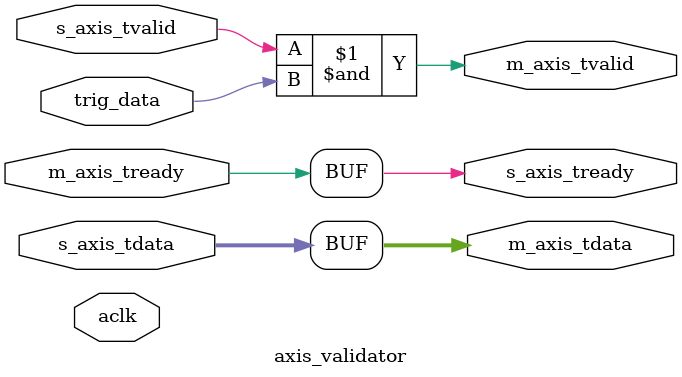
<source format=v>

`timescale 1 ns / 1 ps

module axis_validator #
(
  parameter integer AXIS_TDATA_WIDTH = 32
)
(
  // System signals
  input  wire                        aclk,

  input  wire                        trig_data,

  // Slave side
  output wire                        s_axis_tready,
  input  wire [AXIS_TDATA_WIDTH-1:0] s_axis_tdata,
  input  wire                        s_axis_tvalid,

  // Master side
  input  wire                        m_axis_tready,
  output wire [AXIS_TDATA_WIDTH-1:0] m_axis_tdata,
  output wire                        m_axis_tvalid
);

  assign s_axis_tready = m_axis_tready;
  assign m_axis_tdata = s_axis_tdata;
  assign m_axis_tvalid = s_axis_tvalid & trig_data;

endmodule

</source>
